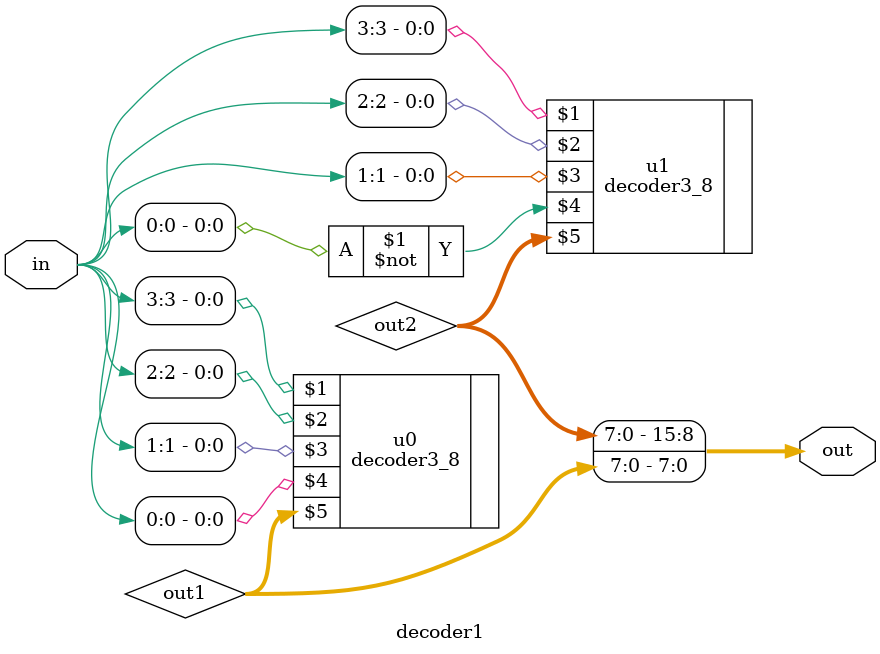
<source format=v>
module decoder1(
    input [3:0] in,
    output [15:0] out
);
    wire [7:0]out1,out2;
    decoder3_8 u0(in[3],in[2],in[1],in[0],out1);
    decoder3_8 u1(in[3],in[2],in[1],(~in[0]),out2);
    assign out={out2,out1};
endmodule
</source>
